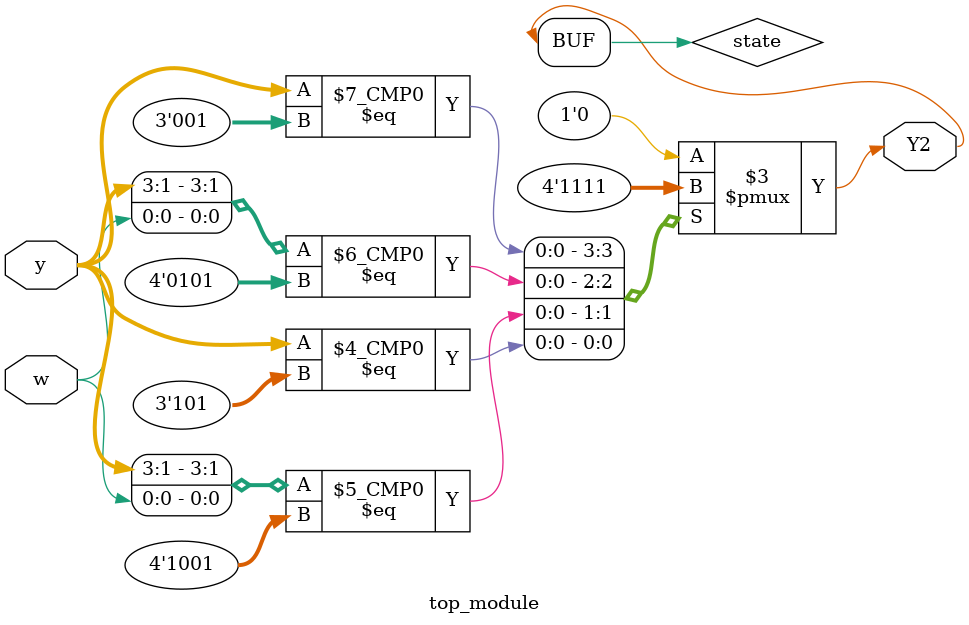
<source format=v>
module top_module (
    input [3:1] y,
    input w,
    output Y2
  );

    reg state;
    always @(*) begin
        casez({y,w})
            4'b001z: state = 1'b1;
            4'b0101: state = 1'b1;
            4'b1001: state = 1'b1;
            4'b101z: state = 1'b1;
            default: state = 1'b0;
        endcase
    end
    
    assign Y2 = state;

endmodule
</source>
